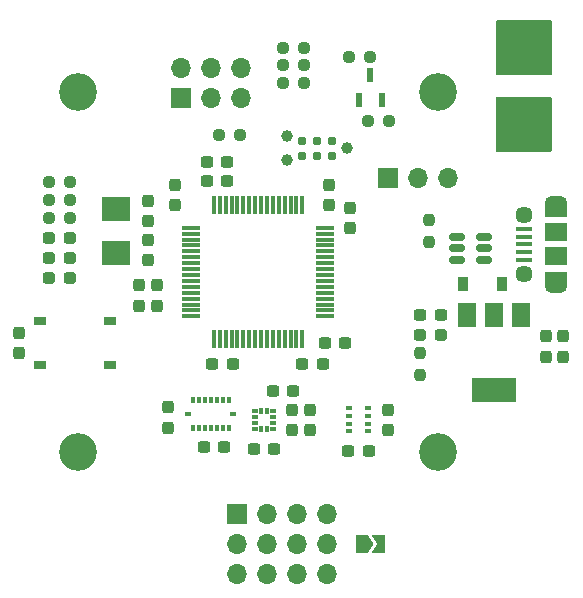
<source format=gbr>
%TF.GenerationSoftware,KiCad,Pcbnew,(6.0.9)*%
%TF.CreationDate,2022-11-01T00:51:48+09:00*%
%TF.ProjectId,STM32-FC,53544d33-322d-4464-932e-6b696361645f,rev?*%
%TF.SameCoordinates,Original*%
%TF.FileFunction,Soldermask,Top*%
%TF.FilePolarity,Negative*%
%FSLAX46Y46*%
G04 Gerber Fmt 4.6, Leading zero omitted, Abs format (unit mm)*
G04 Created by KiCad (PCBNEW (6.0.9)) date 2022-11-01 00:51:48*
%MOMM*%
%LPD*%
G01*
G04 APERTURE LIST*
G04 Aperture macros list*
%AMRoundRect*
0 Rectangle with rounded corners*
0 $1 Rounding radius*
0 $2 $3 $4 $5 $6 $7 $8 $9 X,Y pos of 4 corners*
0 Add a 4 corners polygon primitive as box body*
4,1,4,$2,$3,$4,$5,$6,$7,$8,$9,$2,$3,0*
0 Add four circle primitives for the rounded corners*
1,1,$1+$1,$2,$3*
1,1,$1+$1,$4,$5*
1,1,$1+$1,$6,$7*
1,1,$1+$1,$8,$9*
0 Add four rect primitives between the rounded corners*
20,1,$1+$1,$2,$3,$4,$5,0*
20,1,$1+$1,$4,$5,$6,$7,0*
20,1,$1+$1,$6,$7,$8,$9,0*
20,1,$1+$1,$8,$9,$2,$3,0*%
%AMFreePoly0*
4,1,6,1.000000,0.000000,0.500000,-0.750000,-0.500000,-0.750000,-0.500000,0.750000,0.500000,0.750000,1.000000,0.000000,1.000000,0.000000,$1*%
%AMFreePoly1*
4,1,6,0.500000,-0.750000,-0.650000,-0.750000,-0.150000,0.000000,-0.650000,0.750000,0.500000,0.750000,0.500000,-0.750000,0.500000,-0.750000,$1*%
G04 Aperture macros list end*
%ADD10RoundRect,0.237500X0.237500X-0.300000X0.237500X0.300000X-0.237500X0.300000X-0.237500X-0.300000X0*%
%ADD11RoundRect,0.237500X0.300000X0.237500X-0.300000X0.237500X-0.300000X-0.237500X0.300000X-0.237500X0*%
%ADD12RoundRect,0.237500X-0.250000X-0.237500X0.250000X-0.237500X0.250000X0.237500X-0.250000X0.237500X0*%
%ADD13RoundRect,0.237500X-0.237500X0.300000X-0.237500X-0.300000X0.237500X-0.300000X0.237500X0.300000X0*%
%ADD14RoundRect,0.237500X-0.300000X-0.237500X0.300000X-0.237500X0.300000X0.237500X-0.300000X0.237500X0*%
%ADD15RoundRect,0.237500X0.250000X0.237500X-0.250000X0.237500X-0.250000X-0.237500X0.250000X-0.237500X0*%
%ADD16R,1.700000X1.700000*%
%ADD17O,1.700000X1.700000*%
%ADD18R,2.400000X2.000000*%
%ADD19RoundRect,0.237500X-0.237500X0.250000X-0.237500X-0.250000X0.237500X-0.250000X0.237500X0.250000X0*%
%ADD20R,0.500000X0.350000*%
%ADD21R,1.500000X2.000000*%
%ADD22R,3.800000X2.000000*%
%ADD23RoundRect,0.075000X-0.700000X-0.075000X0.700000X-0.075000X0.700000X0.075000X-0.700000X0.075000X0*%
%ADD24RoundRect,0.075000X-0.075000X-0.700000X0.075000X-0.700000X0.075000X0.700000X-0.075000X0.700000X0*%
%ADD25R,0.350000X0.590000*%
%ADD26R,0.590000X0.350000*%
%ADD27C,3.200000*%
%ADD28R,1.350000X0.400000*%
%ADD29R,1.900000X1.200000*%
%ADD30C,1.450000*%
%ADD31O,1.900000X1.200000*%
%ADD32R,1.900000X1.500000*%
%ADD33R,1.000000X0.750000*%
%ADD34RoundRect,0.237500X-0.287500X-0.237500X0.287500X-0.237500X0.287500X0.237500X-0.287500X0.237500X0*%
%ADD35R,0.600000X1.300000*%
%ADD36FreePoly0,0.000000*%
%ADD37FreePoly1,0.000000*%
%ADD38RoundRect,0.031500X-0.173500X-0.143500X0.173500X-0.143500X0.173500X0.143500X-0.173500X0.143500X0*%
%ADD39RoundRect,0.031500X0.143500X-0.173500X0.143500X0.173500X-0.143500X0.173500X-0.143500X-0.173500X0*%
%ADD40RoundRect,0.150000X0.512500X0.150000X-0.512500X0.150000X-0.512500X-0.150000X0.512500X-0.150000X0*%
%ADD41R,0.900000X1.200000*%
%ADD42C,0.990600*%
%ADD43C,0.787400*%
G04 APERTURE END LIST*
D10*
%TO.C,C16*%
X175850000Y-107162500D03*
X175850000Y-105437500D03*
%TD*%
%TO.C,C15*%
X174350000Y-107162500D03*
X174350000Y-105437500D03*
%TD*%
D11*
%TO.C,C14*%
X165462500Y-103650000D03*
X163737500Y-103650000D03*
%TD*%
D12*
%TO.C,R11*%
X132287500Y-95400000D03*
X134112500Y-95400000D03*
%TD*%
D13*
%TO.C,C5*%
X140650000Y-97287500D03*
X140650000Y-99012500D03*
%TD*%
D10*
%TO.C,C12*%
X139900000Y-102862500D03*
X139900000Y-101137500D03*
%TD*%
D13*
%TO.C,C20*%
X152900000Y-111637500D03*
X152900000Y-113362500D03*
%TD*%
D14*
%TO.C,C9*%
X153737500Y-107750000D03*
X155462500Y-107750000D03*
%TD*%
D10*
%TO.C,C3*%
X143000000Y-94362500D03*
X143000000Y-92637500D03*
%TD*%
D15*
%TO.C,R3*%
X153912500Y-81000000D03*
X152087500Y-81000000D03*
%TD*%
D16*
%TO.C,J3*%
X143475000Y-85275000D03*
D17*
X143475000Y-82735000D03*
X146015000Y-85275000D03*
X146015000Y-82735000D03*
X148555000Y-85275000D03*
X148555000Y-82735000D03*
%TD*%
D15*
%TO.C,R7*%
X153912500Y-84000000D03*
X152087500Y-84000000D03*
%TD*%
D18*
%TO.C,Y1*%
X138000000Y-94650000D03*
X138000000Y-98350000D03*
%TD*%
D19*
%TO.C,R8*%
X163700000Y-106887500D03*
X163700000Y-108712500D03*
%TD*%
D20*
%TO.C,U6*%
X157700000Y-113475000D03*
X157700000Y-112825000D03*
X157700000Y-112175000D03*
X157700000Y-111525000D03*
X159300000Y-111525000D03*
X159300000Y-112175000D03*
X159300000Y-112825000D03*
X159300000Y-113475000D03*
%TD*%
D21*
%TO.C,U3*%
X172300000Y-103650000D03*
D22*
X170000000Y-109950000D03*
D21*
X170000000Y-103650000D03*
X167700000Y-103650000D03*
%TD*%
D23*
%TO.C,U1*%
X144325000Y-96250000D03*
X144325000Y-96750000D03*
X144325000Y-97250000D03*
X144325000Y-97750000D03*
X144325000Y-98250000D03*
X144325000Y-98750000D03*
X144325000Y-99250000D03*
X144325000Y-99750000D03*
X144325000Y-100250000D03*
X144325000Y-100750000D03*
X144325000Y-101250000D03*
X144325000Y-101750000D03*
X144325000Y-102250000D03*
X144325000Y-102750000D03*
X144325000Y-103250000D03*
X144325000Y-103750000D03*
D24*
X146250000Y-105675000D03*
X146750000Y-105675000D03*
X147250000Y-105675000D03*
X147750000Y-105675000D03*
X148250000Y-105675000D03*
X148750000Y-105675000D03*
X149250000Y-105675000D03*
X149750000Y-105675000D03*
X150250000Y-105675000D03*
X150750000Y-105675000D03*
X151250000Y-105675000D03*
X151750000Y-105675000D03*
X152250000Y-105675000D03*
X152750000Y-105675000D03*
X153250000Y-105675000D03*
X153750000Y-105675000D03*
D23*
X155675000Y-103750000D03*
X155675000Y-103250000D03*
X155675000Y-102750000D03*
X155675000Y-102250000D03*
X155675000Y-101750000D03*
X155675000Y-101250000D03*
X155675000Y-100750000D03*
X155675000Y-100250000D03*
X155675000Y-99750000D03*
X155675000Y-99250000D03*
X155675000Y-98750000D03*
X155675000Y-98250000D03*
X155675000Y-97750000D03*
X155675000Y-97250000D03*
X155675000Y-96750000D03*
X155675000Y-96250000D03*
D24*
X153750000Y-94325000D03*
X153250000Y-94325000D03*
X152750000Y-94325000D03*
X152250000Y-94325000D03*
X151750000Y-94325000D03*
X151250000Y-94325000D03*
X150750000Y-94325000D03*
X150250000Y-94325000D03*
X149750000Y-94325000D03*
X149250000Y-94325000D03*
X148750000Y-94325000D03*
X148250000Y-94325000D03*
X147750000Y-94325000D03*
X147250000Y-94325000D03*
X146750000Y-94325000D03*
X146250000Y-94325000D03*
%TD*%
D11*
%TO.C,C7*%
X157362500Y-106000000D03*
X155637500Y-106000000D03*
%TD*%
D13*
%TO.C,C23*%
X161000000Y-111637500D03*
X161000000Y-113362500D03*
%TD*%
%TO.C,C19*%
X154400000Y-111637500D03*
X154400000Y-113362500D03*
%TD*%
D10*
%TO.C,C8*%
X156000000Y-94362500D03*
X156000000Y-92637500D03*
%TD*%
D25*
%TO.C,U4*%
X147500000Y-113165000D03*
X147000000Y-113165000D03*
X146500000Y-113165000D03*
X146000000Y-113165000D03*
X145500000Y-113165000D03*
X145000000Y-113165000D03*
X144500000Y-113165000D03*
D26*
X144085000Y-112000000D03*
D25*
X144500000Y-110835000D03*
X145000000Y-110835000D03*
X145500000Y-110835000D03*
X146000000Y-110835000D03*
X146500000Y-110835000D03*
X147000000Y-110835000D03*
X147500000Y-110835000D03*
D26*
X147915000Y-112000000D03*
%TD*%
D10*
%TO.C,C10*%
X157750000Y-96262500D03*
X157750000Y-94537500D03*
%TD*%
D27*
%TO.C,H2*%
X165250000Y-84750000D03*
%TD*%
D28*
%TO.C,J1*%
X172537500Y-98950000D03*
X172537500Y-98300000D03*
X172537500Y-97650000D03*
X172537500Y-97000000D03*
X172537500Y-96350000D03*
D29*
X175237500Y-100550000D03*
D30*
X172537500Y-95150000D03*
D31*
X175237500Y-101150000D03*
D30*
X172537500Y-100150000D03*
D29*
X175237500Y-94750000D03*
D32*
X175237500Y-96650000D03*
X175237500Y-98650000D03*
D31*
X175237500Y-94150000D03*
%TD*%
D10*
%TO.C,C2*%
X129800000Y-106862500D03*
X129800000Y-105137500D03*
%TD*%
D12*
%TO.C,R6*%
X157675000Y-81750000D03*
X159500000Y-81750000D03*
%TD*%
D10*
%TO.C,C13*%
X141400000Y-102862500D03*
X141400000Y-101137500D03*
%TD*%
D13*
%TO.C,C18*%
X142400000Y-111437500D03*
X142400000Y-113162500D03*
%TD*%
D27*
%TO.C,H3*%
X134750000Y-115250000D03*
%TD*%
D33*
%TO.C,SW1*%
X137500000Y-104125000D03*
X131500000Y-104125000D03*
X137500000Y-107875000D03*
X131500000Y-107875000D03*
%TD*%
D12*
%TO.C,R10*%
X132287500Y-93900000D03*
X134112500Y-93900000D03*
%TD*%
D14*
%TO.C,C22*%
X149637500Y-115000000D03*
X151362500Y-115000000D03*
%TD*%
%TO.C,C21*%
X151237500Y-110100000D03*
X152962500Y-110100000D03*
%TD*%
D13*
%TO.C,C4*%
X140650000Y-93987500D03*
X140650000Y-95712500D03*
%TD*%
D11*
%TO.C,C6*%
X147862500Y-107750000D03*
X146137500Y-107750000D03*
%TD*%
%TO.C,C17*%
X147112500Y-114800000D03*
X145387500Y-114800000D03*
%TD*%
D34*
%TO.C,D3*%
X132325000Y-100500000D03*
X134075000Y-100500000D03*
%TD*%
D35*
%TO.C,Q1*%
X158550000Y-85400000D03*
X160450000Y-85400000D03*
X159500000Y-83300000D03*
%TD*%
D12*
%TO.C,R9*%
X132287500Y-92400000D03*
X134112500Y-92400000D03*
%TD*%
D15*
%TO.C,R1*%
X148500000Y-88400000D03*
X146675000Y-88400000D03*
%TD*%
D11*
%TO.C,C24*%
X159362500Y-115150000D03*
X157637500Y-115150000D03*
%TD*%
D27*
%TO.C,H1*%
X134750000Y-84750000D03*
%TD*%
D36*
%TO.C,JP1*%
X158775000Y-123000000D03*
D37*
X160225000Y-123000000D03*
%TD*%
D38*
%TO.C,U5*%
X149740000Y-111750000D03*
X149740000Y-112250000D03*
X149740000Y-112750000D03*
X149740000Y-113250000D03*
D39*
X150250000Y-113260000D03*
X150750000Y-113260000D03*
D38*
X151260000Y-113250000D03*
X151260000Y-112750000D03*
X151260000Y-112250000D03*
X151260000Y-111750000D03*
D39*
X150750000Y-111740000D03*
X150250000Y-111740000D03*
%TD*%
D16*
%TO.C,J4*%
X148190000Y-120460000D03*
D17*
X150730000Y-120460000D03*
X153270000Y-120460000D03*
X155810000Y-120460000D03*
X150730000Y-123000000D03*
X148190000Y-123000000D03*
X153270000Y-123000000D03*
X155810000Y-123000000D03*
X150730000Y-125540000D03*
X155810000Y-125540000D03*
X148190000Y-125540000D03*
X153270000Y-125540000D03*
%TD*%
D34*
%TO.C,D4*%
X132325000Y-98800000D03*
X134075000Y-98800000D03*
%TD*%
D27*
%TO.C,H4*%
X165250000Y-115250000D03*
%TD*%
D15*
%TO.C,R4*%
X161112500Y-87200000D03*
X159287500Y-87200000D03*
%TD*%
D16*
%TO.C,J2*%
X160975000Y-92000000D03*
D17*
X163515000Y-92000000D03*
X166055000Y-92000000D03*
%TD*%
D40*
%TO.C,U2*%
X169137500Y-98950000D03*
X169137500Y-98000000D03*
X169137500Y-97050000D03*
X166862500Y-97050000D03*
X166862500Y-98000000D03*
X166862500Y-98950000D03*
%TD*%
D34*
%TO.C,D5*%
X132325000Y-97100000D03*
X134075000Y-97100000D03*
%TD*%
D41*
%TO.C,D1*%
X167350000Y-101000000D03*
X170650000Y-101000000D03*
%TD*%
D19*
%TO.C,R2*%
X164500000Y-95587500D03*
X164500000Y-97412500D03*
%TD*%
D14*
%TO.C,C11*%
X145637500Y-92250000D03*
X147362500Y-92250000D03*
%TD*%
D15*
%TO.C,R5*%
X153912500Y-82500000D03*
X152087500Y-82500000D03*
%TD*%
D14*
%TO.C,C1*%
X145637500Y-90700000D03*
X147362500Y-90700000D03*
%TD*%
D42*
%TO.C,J5*%
X157540000Y-89500000D03*
X152460000Y-90516000D03*
X152460000Y-88484000D03*
D43*
X156270000Y-88865000D03*
X156270000Y-90135000D03*
X155000000Y-88865000D03*
X155000000Y-90135000D03*
X153730000Y-88865000D03*
X153730000Y-90135000D03*
%TD*%
D34*
%TO.C,D2*%
X163725000Y-105300000D03*
X165475000Y-105300000D03*
%TD*%
G36*
X174792121Y-85170002D02*
G01*
X174838614Y-85223658D01*
X174850000Y-85276000D01*
X174850000Y-89724000D01*
X174829998Y-89792121D01*
X174776342Y-89838614D01*
X174724000Y-89850000D01*
X170276000Y-89850000D01*
X170207879Y-89829998D01*
X170161386Y-89776342D01*
X170150000Y-89724000D01*
X170150000Y-85276000D01*
X170170002Y-85207879D01*
X170223658Y-85161386D01*
X170276000Y-85150000D01*
X174724000Y-85150000D01*
X174792121Y-85170002D01*
G37*
G36*
X174792121Y-78670002D02*
G01*
X174838614Y-78723658D01*
X174850000Y-78776000D01*
X174850000Y-83224000D01*
X174829998Y-83292121D01*
X174776342Y-83338614D01*
X174724000Y-83350000D01*
X170276000Y-83350000D01*
X170207879Y-83329998D01*
X170161386Y-83276342D01*
X170150000Y-83224000D01*
X170150000Y-78776000D01*
X170170002Y-78707879D01*
X170223658Y-78661386D01*
X170276000Y-78650000D01*
X174724000Y-78650000D01*
X174792121Y-78670002D01*
G37*
M02*

</source>
